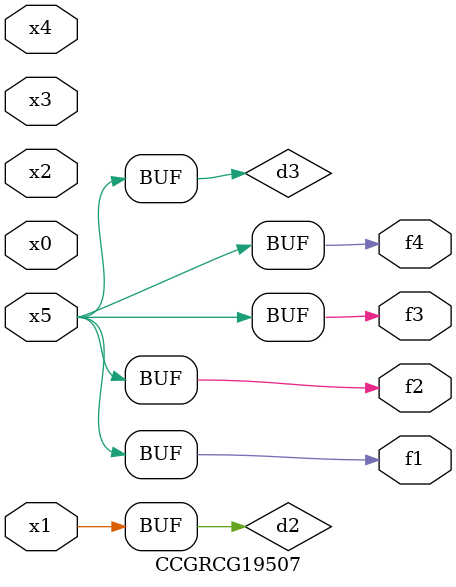
<source format=v>
module CCGRCG19507(
	input x0, x1, x2, x3, x4, x5,
	output f1, f2, f3, f4
);

	wire d1, d2, d3;

	not (d1, x5);
	or (d2, x1);
	xnor (d3, d1);
	assign f1 = d3;
	assign f2 = d3;
	assign f3 = d3;
	assign f4 = d3;
endmodule

</source>
